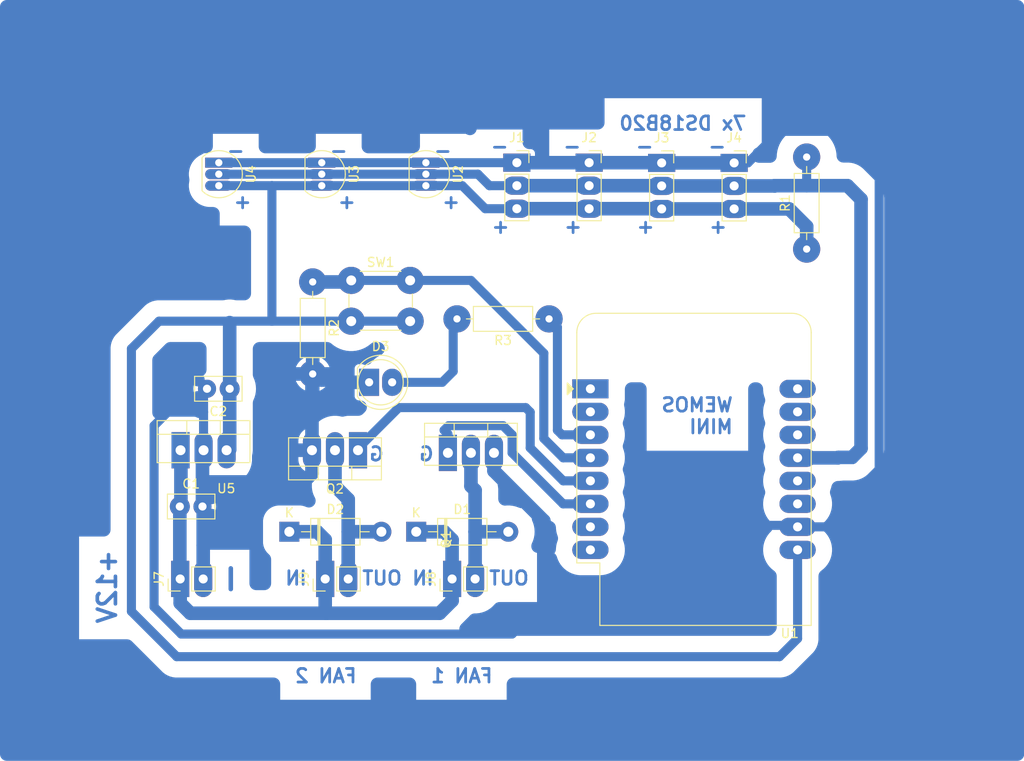
<source format=kicad_pcb>
(kicad_pcb (version 20240108) (generator "pcbnew") (generator_version "8.0")
  (layers (0 "F.Cu" signal) (31 "B.Cu" signal) (34 "B.Paste" user) (35 "F.Paste" user) (36 "B.SilkS" user "B.Silkscreen") (37 "F.SilkS" user "F.Silkscreen") (38 "B.Mask" user) (39 "F.Mask" user) (44 "Edge.Cuts" user))
  (net 0 "")
  (net 1 "+5P")
  (net 2 "Net-(D3-A)")
  (net 5 "+12V")
  (net 6 "GND")
  (net 9 "Net-(D1-A)")
  (net 15 "Net-(J1-Pin_2)")
  (net 16 "Net-(U1-SCK{slash}D5)")
  (net 17 "Net-(D2-A)")
  (net 18 "Net-(Q1-G)")
  (net 19 "Net-(Q2-G)")
  (net 20 "Net-(U1-D0)")
  (footprint "LPouzdra:LED_D5.0mm" (layer "F.Cu") (at 106.225 84.7075)
    (property "Reference" "D3" (at 1.27 -3.96 360) (layer "F.SilkS"))
    (property "Value" "LED")
    (fp_line (start -1.29 -1.545) (end -1.29 1.545) (stroke (width 0.12)) (layer "F.SilkS"))
    (fp_arc (start -1.29 -1.54483) (mid 2.072002 -2.880433) (end 4.26 0.000462) (stroke (width 0.12)) (layer "F.SilkS"))
    (fp_arc (start 4.26 -0.000462) (mid 2.072002 2.880433) (end -1.29 1.54483) (stroke (width 0.12)) (layer "F.SilkS"))
    (fp_circle (center 1.27 0) (end 3.77 0) (stroke (width 0.12)) (fill none) (layer "F.SilkS"))
    (pad "1" thru_hole rect (at 0 0) (size 2.2 3) (drill 0.9) (layers "*.Cu" "*.Mask") (net 6 "GND"))
    (pad "2" thru_hole oval (at 2.54 0) (size 2.2 3) (drill 0.9) (layers "*.Cu" "*.Mask") (net 2 "Net-(D3-A)"))
  )
  (footprint "LPouzdra:PinHeader_1x02_P2.54mm_Vertical" (layer "F.Cu") (at 101.38 106.42 90)
    (property "Reference" "J9" (at 0 -2.33 -90) (layer "F.SilkS"))
    (property "Value" "Screw_Terminal_01x02")
    (fp_line (start -1.33 -1.33) (end 0 -1.33) (stroke (width 0.12)) (layer "F.SilkS"))
    (fp_line (start -1.33 0) (end -1.33 -1.33) (stroke (width 0.12)) (layer "F.SilkS"))
    (fp_line (start 1.33 1.27) (end 1.33 3.87) (stroke (width 0.12)) (layer "F.SilkS"))
    (fp_line (start -1.33 1.27) (end 1.33 1.27) (stroke (width 0.12)) (layer "F.SilkS"))
    (fp_line (start -1.33 1.27) (end -1.33 3.87) (stroke (width 0.12)) (layer "F.SilkS"))
    (fp_line (start -1.33 3.87) (end 1.33 3.87) (stroke (width 0.12)) (layer "F.SilkS"))
    (pad "1" thru_hole rect (at 0 0 90) (size 4 2) (drill 1) (layers "*.Cu" "*.Mask") (net 5 "+12V"))
    (pad "2" thru_hole oval (at 0 2.54 90) (size 4 2) (drill 1) (layers "*.Cu" "*.Mask") (net 17 "Net-(D2-A)"))
  )
  (footprint "LPouzdra:PinSocket_1x03_P2.54mm_Vertical" (layer "F.Cu") (at 146.5 60.485)
    (property "Reference" "J4" (at 0 -2.77 360) (layer "F.SilkS"))
    (property "Value" "Conn_01x03_Socket")
    (fp_line (start -1.33 1.27) (end -1.33 6.41) (stroke (width 0.12)) (layer "F.SilkS"))
    (fp_line (start -1.33 1.27) (end 1.33 1.27) (stroke (width 0.12)) (layer "F.SilkS"))
    (fp_line (start -1.33 6.41) (end 1.33 6.41) (stroke (width 0.12)) (layer "F.SilkS"))
    (fp_line (start 0 -1.33) (end 1.33 -1.33) (stroke (width 0.12)) (layer "F.SilkS"))
    (fp_line (start 1.33 -1.33) (end 1.33 0) (stroke (width 0.12)) (layer "F.SilkS"))
    (fp_line (start 1.33 1.27) (end 1.33 6.41) (stroke (width 0.12)) (layer "F.SilkS"))
    (pad "1" thru_hole rect (at 0 0) (size 3 2) (drill 1) (layers "*.Cu" "*.Mask") (net 6 "GND"))
    (pad "2" thru_hole oval (at 0 2.54) (size 3 2) (drill 1) (layers "*.Cu" "*.Mask") (net 15 "Net-(J1-Pin_2)"))
    (pad "3" thru_hole oval (at 0 5.08) (size 3 2) (drill 1) (layers "*.Cu" "*.Mask") (net 1 "+5P"))
  )
  (footprint "Diode_THT:D_DO-41_SOD81_P10.16mm_Horizontal" (layer "F.Cu") (at 97.42 101.2075)
    (property "Reference" "D2" (at 5.08 -2.47 0) (layer "F.SilkS"))
    (property "Value" "1N4007")
    (fp_line (start 1.34 0) (end 2.36 0) (stroke (width 0.12)) (layer "F.SilkS"))
    (fp_line (start 2.36 -1.47) (end 2.36 1.47) (stroke (width 0.12)) (layer "F.SilkS"))
    (fp_line (start 2.36 1.47) (end 7.8 1.47) (stroke (width 0.12)) (layer "F.SilkS"))
    (fp_line (start 3.14 -1.47) (end 3.14 1.47) (stroke (width 0.12)) (layer "F.SilkS"))
    (fp_line (start 3.26 -1.47) (end 3.26 1.47) (stroke (width 0.12)) (layer "F.SilkS"))
    (fp_line (start 3.38 -1.47) (end 3.38 1.47) (stroke (width 0.12)) (layer "F.SilkS"))
    (fp_line (start 7.8 -1.47) (end 2.36 -1.47) (stroke (width 0.12)) (layer "F.SilkS"))
    (fp_line (start 7.8 1.47) (end 7.8 -1.47) (stroke (width 0.12)) (layer "F.SilkS"))
    (fp_line (start 8.82 0) (end 7.8 0) (stroke (width 0.12)) (layer "F.SilkS"))
    (fp_text user "K" (at 0 -2.1 0) (layer "F.SilkS"))
    (pad "1" thru_hole rect (at 0 0) (size 2.2 2.2) (drill 1.1) (layers "*.Cu" "*.Mask") (net 5 "+12V"))
    (pad "2" thru_hole oval (at 10.16 0) (size 2.2 2.2) (drill 1.1) (layers "*.Cu" "*.Mask") (net 17 "Net-(D2-A)"))
  )
  (footprint "LPouzdra:R_Axial_DIN0207_L6.3mm_D2.5mm_P10.16mm_Horizontal" (layer "F.Cu") (at 100 73.6275 -90)
    (property "Reference" "R2" (at 5.08 -2.37 90) (layer "F.SilkS"))
    (property "Value" "10k")
    (fp_line (start 1.81 1.37) (end 8.35 1.37) (stroke (width 0.12)) (layer "F.SilkS"))
    (fp_line (start 8.35 1.37) (end 8.35 -1.37) (stroke (width 0.12)) (layer "F.SilkS"))
    (fp_line (start 1.04 0) (end 1.81 0) (stroke (width 0.12)) (layer "F.SilkS"))
    (fp_line (start 9.12 0) (end 8.35 0) (stroke (width 0.12)) (layer "F.SilkS"))
    (fp_line (start 1.81 -1.37) (end 1.81 1.37) (stroke (width 0.12)) (layer "F.SilkS"))
    (fp_line (start 8.35 -1.37) (end 1.81 -1.37) (stroke (width 0.12)) (layer "F.SilkS"))
    (pad "1" thru_hole circle (at 0 0 270) (size 3 3) (drill 0.8) (layers "*.Cu" "*.Mask") (net 16 "Net-(U1-SCK{slash}D5)"))
    (pad "2" thru_hole oval (at 10.16 0 270) (size 3 3) (drill 0.8) (layers "*.Cu" "*.Mask") (net 6 "GND"))
  )
  (footprint "LPouzdra:C_Disc_D5.0mm_W2.5mm_P2.50mm" (layer "F.Cu") (at 85.34 98.42)
    (property "Reference" "C1" (at 1.25 -2.5 0) (layer "F.SilkS"))
    (property "Value" "C")
    (fp_line (start -1.37 -1.37) (end -1.37 1.37) (stroke (width 0.12)) (layer "F.SilkS"))
    (fp_line (start -1.37 -1.37) (end 3.87 -1.37) (stroke (width 0.12)) (layer "F.SilkS"))
    (fp_line (start -1.37 1.37) (end 3.87 1.37) (stroke (width 0.12)) (layer "F.SilkS"))
    (fp_line (start 3.87 -1.37) (end 3.87 1.37) (stroke (width 0.12)) (layer "F.SilkS"))
    (pad "1" thru_hole circle (at 0 0) (size 2.2 2.2) (drill 0.9) (layers "*.Cu" "*.Mask") (net 5 "+12V"))
    (pad "2" thru_hole circle (at 2.5 0) (size 2 2) (drill 0.9) (layers "*.Cu" "*.Mask") (net 6 "GND"))
  )
  (footprint "LPouzdra:TO-220-3_Vertical" (layer "F.Cu") (at 114.92 92.5)
    (property "Reference" "Q1" (at -0.19 9.54 90) (layer "F.SilkS"))
    (property "Value" "IRLZ34N")
    (fp_line (start -2.58 -3.27) (end -2.58 1.371) (stroke (width 0.12)) (layer "F.SilkS"))
    (fp_line (start -2.58 -3.27) (end 7.66 -3.27) (stroke (width 0.12)) (layer "F.SilkS"))
    (fp_line (start -2.58 -1.76) (end 7.66 -1.76) (stroke (width 0.12)) (layer "F.SilkS"))
    (fp_line (start -2.58 1.371) (end 7.66 1.371) (stroke (width 0.12)) (layer "F.SilkS"))
    (fp_line (start 0.69 -3.27) (end 0.69 -1.76) (stroke (width 0.12)) (layer "F.SilkS"))
    (fp_line (start 4.391 -3.27) (end 4.391 -1.76) (stroke (width 0.12)) (layer "F.SilkS"))
    (fp_line (start 7.66 -3.27) (end 7.66 1.371) (stroke (width 0.12)) (layer "F.SilkS"))
    (pad "1" thru_hole rect (at 0 0) (size 2 4) (drill 1.1) (layers "*.Cu" "*.Mask") (net 18 "Net-(Q1-G)"))
    (pad "2" thru_hole oval (at 2.54 0) (size 2 4) (drill 1.1) (layers "*.Cu" "*.Mask") (net 9 "Net-(D1-A)"))
    (pad "3" thru_hole oval (at 5.08 0) (size 2 4) (drill 1.1) (layers "*.Cu" "*.Mask") (net 6 "GND"))
  )
  (footprint "Diode_THT:D_DO-41_SOD81_P10.16mm_Horizontal" (layer "F.Cu") (at 111.42 101.2075)
    (property "Reference" "D1" (at 5.08 -2.47 0) (layer "F.SilkS"))
    (property "Value" "1N4007")
    (fp_line (start 1.34 0) (end 2.36 0) (stroke (width 0.12)) (layer "F.SilkS"))
    (fp_line (start 2.36 -1.47) (end 2.36 1.47) (stroke (width 0.12)) (layer "F.SilkS"))
    (fp_line (start 2.36 1.47) (end 7.8 1.47) (stroke (width 0.12)) (layer "F.SilkS"))
    (fp_line (start 3.14 -1.47) (end 3.14 1.47) (stroke (width 0.12)) (layer "F.SilkS"))
    (fp_line (start 3.26 -1.47) (end 3.26 1.47) (stroke (width 0.12)) (layer "F.SilkS"))
    (fp_line (start 3.38 -1.47) (end 3.38 1.47) (stroke (width 0.12)) (layer "F.SilkS"))
    (fp_line (start 7.8 -1.47) (end 2.36 -1.47) (stroke (width 0.12)) (layer "F.SilkS"))
    (fp_line (start 7.8 1.47) (end 7.8 -1.47) (stroke (width 0.12)) (layer "F.SilkS"))
    (fp_line (start 8.82 0) (end 7.8 0) (stroke (width 0.12)) (layer "F.SilkS"))
    (fp_text user "K" (at 0 -2.1 0) (layer "F.SilkS"))
    (pad "1" thru_hole rect (at 0 0) (size 2.2 2.2) (drill 1.1) (layers "*.Cu" "*.Mask") (net 5 "+12V"))
    (pad "2" thru_hole oval (at 10.16 0) (size 2.2 2.2) (drill 1.1) (layers "*.Cu" "*.Mask") (net 9 "Net-(D1-A)"))
  )
  (footprint "LPouzdra:PinHeader_1x02_P2.54mm_Vertical" (layer "F.Cu") (at 115.38 106.42 90)
    (property "Reference" "J8" (at 0 -2.33 -90) (layer "F.SilkS"))
    (property "Value" "Screw_Terminal_01x02")
    (fp_line (start -1.33 -1.33) (end 0 -1.33) (stroke (width 0.12)) (layer "F.SilkS"))
    (fp_line (start -1.33 0) (end -1.33 -1.33) (stroke (width 0.12)) (layer "F.SilkS"))
    (fp_line (start 1.33 1.27) (end 1.33 3.87) (stroke (width 0.12)) (layer "F.SilkS"))
    (fp_line (start -1.33 1.27) (end 1.33 1.27) (stroke (width 0.12)) (layer "F.SilkS"))
    (fp_line (start -1.33 1.27) (end -1.33 3.87) (stroke (width 0.12)) (layer "F.SilkS"))
    (fp_line (start -1.33 3.87) (end 1.33 3.87) (stroke (width 0.12)) (layer "F.SilkS"))
    (pad "1" thru_hole rect (at 0 0 90) (size 4 2) (drill 1) (layers "*.Cu" "*.Mask") (net 5 "+12V"))
    (pad "2" thru_hole oval (at 0 2.54 90) (size 4 2) (drill 1) (layers "*.Cu" "*.Mask") (net 9 "Net-(D1-A)"))
  )
  (footprint "LPouzdra:PinHeader_1x02_P2.54mm_Vertical" (layer "F.Cu") (at 85.38 106.42 90)
    (property "Reference" "J7" (at 0 -2.33 -90) (layer "F.SilkS"))
    (property "Value" "Screw_Terminal_01x02")
    (fp_line (start -1.33 -1.33) (end 0 -1.33) (stroke (width 0.12)) (layer "F.SilkS"))
    (fp_line (start -1.33 0) (end -1.33 -1.33) (stroke (width 0.12)) (layer "F.SilkS"))
    (fp_line (start 1.33 1.27) (end 1.33 3.87) (stroke (width 0.12)) (layer "F.SilkS"))
    (fp_line (start -1.33 1.27) (end 1.33 1.27) (stroke (width 0.12)) (layer "F.SilkS"))
    (fp_line (start -1.33 1.27) (end -1.33 3.87) (stroke (width 0.12)) (layer "F.SilkS"))
    (fp_line (start -1.33 3.87) (end 1.33 3.87) (stroke (width 0.12)) (layer "F.SilkS"))
    (pad "1" thru_hole rect (at 0 0 90) (size 4 2) (drill 1) (layers "*.Cu" "*.Mask") (net 5 "+12V"))
    (pad "2" thru_hole oval (at 0 2.54 90) (size 4 2) (drill 1) (layers "*.Cu" "*.Mask") (net 6 "GND"))
  )
  (footprint "LPouzdra:TO-92_Inline" (layer "F.Cu") (at 89.64 60.46 -90)
    (property "Reference" "U4" (at 1.27 -3.56 90) (layer "F.SilkS"))
    (property "Value" "DS18B20")
    (fp_line (start -0.53 1.85) (end 3.07 1.85) (stroke (width 0.12)) (layer "F.SilkS"))
    (fp_arc (start -0.568478 1.838478) (mid -1.132087 -0.994977) (end 1.27 -2.6) (stroke (width 0.12)) (layer "F.SilkS"))
    (fp_arc (start 1.27 -2.6) (mid 3.672087 -0.994977) (end 3.108478 1.838478) (stroke (width 0.12)) (layer "F.SilkS"))
    (pad "1" thru_hole rect (at 0 0 270) (size 1.1 3) (drill 0.8) (layers "*.Cu" "*.Mask") (net 6 "GND"))
    (pad "2" thru_hole oval (at 1.27 0 270) (size 1.1 3) (drill 0.8) (layers "*.Cu" "*.Mask") (net 15 "Net-(J1-Pin_2)"))
    (pad "3" thru_hole oval (at 2.54 0 270) (size 1.1 3) (drill 0.8) (layers "*.Cu" "*.Mask") (net 1 "+5P"))
  )
  (footprint "LPouzdra:ESP8266_WEMOS_D1" (layer "F.Cu") (at 130.64 85.4275)
    (property "Reference" "U1" (at 22 27 0) (layer "F.SilkS"))
    (property "Value" "WeMos_D1_mini")
    (fp_line (start -1.5 19.22) (end -1.5 -6.21) (stroke (width 0.12)) (layer "F.SilkS"))
    (fp_line (start -1.5 19.22) (end 1.04 19.22) (stroke (width 0.12)) (layer "F.SilkS"))
    (fp_line (start 1.04 19.22) (end 1.04 26.12) (stroke (width 0.12)) (layer "F.SilkS"))
    (fp_line (start 1.04 26.12) (end 24.36 26.12) (stroke (width 0.12)) (layer "F.SilkS"))
    (fp_line (start 22.24 -8.34) (end 0.63 -8.34) (stroke (width 0.12)) (layer "F.SilkS"))
    (fp_line (start 24.36 26.12) (end 24.36 -6.21) (stroke (width 0.12)) (layer "F.SilkS"))
    (fp_arc (start -1.5 -6.21) (mid -0.876137 -7.716137) (end 0.63 -8.34) (stroke (width 0.12)) (layer "F.SilkS"))
    (fp_arc (start 22.23 -8.34) (mid 23.736137 -7.716137) (end 24.36 -6.21) (stroke (width 0.12)) (layer "F.SilkS"))
    (fp_poly (pts (xy -2.54 -0.635) (xy -2.54 0.635) (xy -1.905 0)) (stroke (width 0.15)) (fill solid) (layer "F.SilkS"))
    (pad "1" thru_hole rect (at 0 0) (size 4 2.1) (drill 1) (layers "*.Cu" "*.Mask"))
    (pad "2" thru_hole oval (at 0 2.54) (size 4 2) (drill 1) (layers "*.Cu" "*.Mask"))
    (pad "3" thru_hole oval (at 0 5.08) (size 4 2) (drill 1) (layers "*.Cu" "*.Mask") (net 20 "Net-(U1-D0)"))
    (pad "4" thru_hole oval (at 0 7.62) (size 4 2) (drill 1) (layers "*.Cu" "*.Mask") (net 16 "Net-(U1-SCK{slash}D5)"))
    (pad "5" thru_hole oval (at 0 10.16) (size 4 2) (drill 1) (layers "*.Cu" "*.Mask") (net 19 "Net-(Q2-G)"))
    (pad "6" thru_hole oval (at 0 12.7) (size 4 2) (drill 1) (layers "*.Cu" "*.Mask") (net 18 "Net-(Q1-G)"))
    (pad "7" thru_hole oval (at 0 15.24) (size 4 2) (drill 1) (layers "*.Cu" "*.Mask"))
    (pad "8" thru_hole oval (at 0 17.78) (size 4 2) (drill 1) (layers "*.Cu" "*.Mask"))
    (pad "9" thru_hole oval (at 22.86 17.78) (size 4 2) (drill 1) (layers "*.Cu" "*.Mask") (net 1 "+5P"))
    (pad "10" thru_hole oval (at 22.86 15.24) (size 4 2) (drill 1) (layers "*.Cu" "*.Mask") (net 6 "GND"))
    (pad "11" thru_hole oval (at 22.86 12.7) (size 4 2) (drill 1) (layers "*.Cu" "*.Mask"))
    (pad "12" thru_hole oval (at 22.86 10.16) (size 4 2) (drill 1) (layers "*.Cu" "*.Mask"))
    (pad "13" thru_hole oval (at 22.86 7.62) (size 4 2) (drill 1) (layers "*.Cu" "*.Mask") (net 15 "Net-(J1-Pin_2)"))
    (pad "14" thru_hole oval (at 22.86 5.08) (size 4 2) (drill 1) (layers "*.Cu" "*.Mask"))
    (pad "15" thru_hole oval (at 22.86 2.54) (size 4 2) (drill 1) (layers "*.Cu" "*.Mask"))
    (pad "16" thru_hole oval (at 22.86 0) (size 4 2) (drill 1) (layers "*.Cu" "*.Mask"))
  )
  (footprint "LPouzdra:PinSocket_1x03_P2.54mm_Vertical" (layer "F.Cu") (at 122.525 60.46)
    (property "Reference" "J1" (at 0 -2.77 360) (layer "F.SilkS"))
    (property "Value" "Conn_01x03_Socket")
    (fp_line (start -1.33 1.27) (end -1.33 6.41) (stroke (width 0.12)) (layer "F.SilkS"))
    (fp_line (start -1.33 1.27) (end 1.33 1.27) (stroke (width 0.12)) (layer "F.SilkS"))
    (fp_line (start -1.33 6.41) (end 1.33 6.41) (stroke (width 0.12)) (layer "F.SilkS"))
    (fp_line (start 0 -1.33) (end 1.33 -1.33) (stroke (width 0.12)) (layer "F.SilkS"))
    (fp_line (start 1.33 -1.33) (end 1.33 0) (stroke (width 0.12)) (layer "F.SilkS"))
    (fp_line (start 1.33 1.27) (end 1.33 6.41) (stroke (width 0.12)) (layer "F.SilkS"))
    (pad "1" thru_hole rect (at 0 0) (size 3 2) (drill 1) (layers "*.Cu" "*.Mask") (net 6 "GND"))
    (pad "2" thru_hole oval (at 0 2.54) (size 3 2) (drill 1) (layers "*.Cu" "*.Mask") (net 15 "Net-(J1-Pin_2)"))
    (pad "3" thru_hole oval (at 0 5.08) (size 3 2) (drill 1) (layers "*.Cu" "*.Mask") (net 1 "+5P"))
  )
  (footprint "LPouzdra:SW_PUSH_6mm" (layer "F.Cu") (at 104.25 73.4575)
    (property "Reference" "SW1" (at 3.25 -2 0) (layer "F.SilkS"))
    (property "Value" "SW_Push")
    (fp_line (start -0.25 1.5) (end -0.25 3) (stroke (width 0.12)) (layer "F.SilkS"))
    (fp_line (start 1 5.5) (end 5.5 5.5) (stroke (width 0.12)) (layer "F.SilkS"))
    (fp_line (start 5.5 -1) (end 1 -1) (stroke (width 0.12)) (layer "F.SilkS"))
    (fp_line (start 6.75 3) (end 6.75 1.5) (stroke (width 0.12)) (layer "F.SilkS"))
    (pad "1" thru_hole circle (at 0 0 90) (size 3 3) (drill 1.1) (layers "*.Cu" "*.Mask") (net 16 "Net-(U1-SCK{slash}D5)"))
    (pad "1" thru_hole circle (at 6.5 0 90) (size 3 3) (drill 1.1) (layers "*.Cu" "*.Mask") (net 16 "Net-(U1-SCK{slash}D5)"))
    (pad "2" thru_hole circle (at 0 4.5 90) (size 3 3) (drill 1.1) (layers "*.Cu" "*.Mask") (net 1 "+5P"))
    (pad "2" thru_hole circle (at 6.5 4.5 90) (size 3 3) (drill 1.1) (layers "*.Cu" "*.Mask") (net 1 "+5P"))
  )
  (footprint "LPouzdra:R_Axial_DIN0207_L6.3mm_D2.5mm_P10.16mm_Horizontal" (layer "F.Cu") (at 126.08 77.7075 180)
    (property "Reference" "R3" (at 5.08 -2.37 180) (layer "F.SilkS"))
    (property "Value" "10k")
    (fp_line (start 9.12 0) (end 8.35 0) (stroke (width 0.12)) (layer "F.SilkS"))
    (fp_line (start 8.35 1.37) (end 8.35 -1.37) (stroke (width 0.12)) (layer "F.SilkS"))
    (fp_line (start 8.35 -1.37) (end 1.81 -1.37) (stroke (width 0.12)) (layer "F.SilkS"))
    (fp_line (start 1.81 1.37) (end 8.35 1.37) (stroke (width 0.12)) (layer "F.SilkS"))
    (fp_line (start 1.81 -1.37) (end 1.81 1.37) (stroke (width 0.12)) (layer "F.SilkS"))
    (fp_line (start 1.04 0) (end 1.81 0) (stroke (width 0.12)) (layer "F.SilkS"))
    (pad "1" thru_hole circle (at 0 0 180) (size 3 3) (drill 0.8) (layers "*.Cu" "*.Mask") (net 20 "Net-(U1-D0)"))
    (pad "2" thru_hole oval (at 10.16 0 180) (size 3 3) (drill 0.8) (layers "*.Cu" "*.Mask") (net 2 "Net-(D3-A)"))
  )
  (footprint "LPouzdra:PinSocket_1x03_P2.54mm_Vertical" (layer "F.Cu") (at 130.5 60.46)
    (property "Reference" "J2" (at 0 -2.77 360) (layer "F.SilkS"))
    (property "Value" "Conn_01x03_Socket")
    (fp_line (start -1.33 1.27) (end -1.33 6.41) (stroke (width 0.12)) (layer "F.SilkS"))
    (fp_line (start -1.33 1.27) (end 1.33 1.27) (stroke (width 0.12)) (layer "F.SilkS"))
    (fp_line (start -1.33 6.41) (end 1.33 6.41) (stroke (width 0.12)) (layer "F.SilkS"))
    (fp_line (start 0 -1.33) (end 1.33 -1.33) (stroke (width 0.12)) (layer "F.SilkS"))
    (fp_line (start 1.33 -1.33) (end 1.33 0) (stroke (width 0.12)) (layer "F.SilkS"))
    (fp_line (start 1.33 1.27) (end 1.33 6.41) (stroke (width 0.12)) (layer "F.SilkS"))
    (pad "1" thru_hole rect (at 0 0) (size 3 2) (drill 1) (layers "*.Cu" "*.Mask") (net 6 "GND"))
    (pad "2" thru_hole oval (at 0 2.54) (size 3 2) (drill 1) (layers "*.Cu" "*.Mask") (net 15 "Net-(J1-Pin_2)"))
    (pad "3" thru_hole oval (at 0 5.08) (size 3 2) (drill 1) (layers "*.Cu" "*.Mask") (net 1 "+5P"))
  )
  (footprint "LPouzdra:TO-92_Inline" (layer "F.Cu") (at 112.4875 60.46 -90)
    (property "Reference" "U2" (at 1.27 -3.56 90) (layer "F.SilkS"))
    (property "Value" "DS18B20")
    (fp_line (start -0.53 1.85) (end 3.07 1.85) (stroke (width 0.12)) (layer "F.SilkS"))
    (fp_arc (start -0.568478 1.838478) (mid -1.132087 -0.994977) (end 1.27 -2.6) (stroke (width 0.12)) (layer "F.SilkS"))
    (fp_arc (start 1.27 -2.6) (mid 3.672087 -0.994977) (end 3.108478 1.838478) (stroke (width 0.12)) (layer "F.SilkS"))
    (pad "1" thru_hole rect (at 0 0 270) (size 1.1 3) (drill 0.8) (layers "*.Cu" "*.Mask") (net 6 "GND"))
    (pad "2" thru_hole oval (at 1.27 0 270) (size 1.1 3) (drill 0.8) (layers "*.Cu" "*.Mask") (net 15 "Net-(J1-Pin_2)"))
    (pad "3" thru_hole oval (at 2.54 0 270) (size 1.1 3) (drill 0.8) (layers "*.Cu" "*.Mask") (net 1 "+5P"))
  )
  (footprint "LPouzdra:TO-92_Inline" (layer "F.Cu") (at 101 60.46 -90)
    (property "Reference" "U3" (at 1.27 -3.56 90) (layer "F.SilkS"))
    (property "Value" "DS18B20")
    (fp_line (start -0.53 1.85) (end 3.07 1.85) (stroke (width 0.12)) (layer "F.SilkS"))
    (fp_arc (start -0.568478 1.838478) (mid -1.132087 -0.994977) (end 1.27 -2.6) (stroke (width 0.12)) (layer "F.SilkS"))
    (fp_arc (start 1.27 -2.6) (mid 3.672087 -0.994977) (end 3.108478 1.838478) (stroke (width 0.12)) (layer "F.SilkS"))
    (pad "1" thru_hole rect (at 0 0 270) (size 1.1 3) (drill 0.8) (layers "*.Cu" "*.Mask") (net 6 "GND"))
    (pad "2" thru_hole oval (at 1.27 0 270) (size 1.1 3) (drill 0.8) (layers "*.Cu" "*.Mask") (net 15 "Net-(J1-Pin_2)"))
    (pad "3" thru_hole oval (at 2.54 0 270) (size 1.1 3) (drill 0.8) (layers "*.Cu" "*.Mask") (net 1 "+5P"))
  )
  (footprint "LPouzdra:R_Axial_DIN0207_L6.3mm_D2.5mm_P10.16mm_Horizontal" (layer "F.Cu") (at 154.5 70 90)
    (property "Reference" "R1" (at 5.08 -2.37 270) (layer "F.SilkS"))
    (property "Value" "R")
    (fp_line (start 8.35 -1.37) (end 1.81 -1.37) (stroke (width 0.12)) (layer "F.SilkS"))
    (fp_line (start 1.81 -1.37) (end 1.81 1.37) (stroke (width 0.12)) (layer "F.SilkS"))
    (fp_line (start 9.12 0) (end 8.35 0) (stroke (width 0.12)) (layer "F.SilkS"))
    (fp_line (start 1.04 0) (end 1.81 0) (stroke (width 0.12)) (layer "F.SilkS"))
    (fp_line (start 8.35 1.37) (end 8.35 -1.37) (stroke (width 0.12)) (layer "F.SilkS"))
    (fp_line (start 1.81 1.37) (end 8.35 1.37) (stroke (width 0.12)) (layer "F.SilkS"))
    (pad "1" thru_hole circle (at 0 0 90) (size 3 3) (drill 0.8) (layers "*.Cu" "*.Mask") (net 1 "+5P"))
    (pad "2" thru_hole oval (at 10.16 0 90) (size 3 3) (drill 0.8) (layers "*.Cu" "*.Mask") (net 15 "Net-(J1-Pin_2)"))
  )
  (footprint "LPouzdra:TO-220-3_Vertical" (layer "F.Cu") (at 85.42 92.2075)
    (property "Reference" "U5" (at 5.04 4.23 0) (layer "F.SilkS"))
    (property "Value" "L7805")
    (fp_line (start -2.58 -3.27) (end -2.58 1.371) (stroke (width 0.12)) (layer "F.SilkS"))
    (fp_line (start -2.58 -3.27) (end 7.66 -3.27) (stroke (width 0.12)) (layer "F.SilkS"))
    (fp_line (start -2.58 -1.76) (end 7.66 -1.76) (stroke (width 0.12)) (layer "F.SilkS"))
    (fp_line (start -2.58 1.371) (end 7.66 1.371) (stroke (width 0.12)) (layer "F.SilkS"))
    (fp_line (start 0.69 -3.27) (end 0.69 -1.76) (stroke (width 0.12)) (layer "F.SilkS"))
    (fp_line (start 4.391 -3.27) (end 4.391 -1.76) (stroke (width 0.12)) (layer "F.SilkS"))
    (fp_line (start 7.66 -3.27) (end 7.66 1.371) (stroke (width 0.12)) (layer "F.SilkS"))
    (pad "1" thru_hole rect (at 0 0) (size 2 4) (drill 1.1) (layers "*.Cu" "*.Mask") (net 5 "+12V"))
    (pad "2" thru_hole oval (at 2.54 0) (size 2 4) (drill 1.1) (layers "*.Cu" "*.Mask") (net 6 "GND"))
    (pad "3" thru_hole oval (at 5.08 0) (size 2 4) (drill 1.1) (layers "*.Cu" "*.Mask") (net 1 "+5P"))
  )
  (footprint "LPouzdra:TO-220-3_Vertical" (layer "F.Cu") (at 105 92.2075 180)
    (property "Reference" "Q2" (at 2.54 -4.27 180) (layer "F.SilkS"))
    (property "Value" "IRLZ34N")
    (fp_line (start 7.66 -3.27) (end 7.66 1.371) (stroke (width 0.12)) (layer "F.SilkS"))
    (fp_line (start 4.391 -3.27) (end 4.391 -1.76) (stroke (width 0.12)) (layer "F.SilkS"))
    (fp_line (start 0.69 -3.27) (end 0.69 -1.76) (stroke (width 0.12)) (layer "F.SilkS"))
    (fp_line (start -2.58 1.371) (end 7.66 1.371) (stroke (width 0.12)) (layer "F.SilkS"))
    (fp_line (start -2.58 -1.76) (end 7.66 -1.76) (stroke (width 0.12)) (layer "F.SilkS"))
    (fp_line (start -2.58 -3.27) (end 7.66 -3.27) (stroke (width 0.12)) (layer "F.SilkS"))
    (fp_line (start -2.58 -3.27) (end -2.58 1.371) (stroke (width 0.12)) (layer "F.SilkS"))
    (pad "1" thru_hole rect (at 0 0 180) (size 2 4) (drill 1.1) (layers "*.Cu" "*.Mask") (net 19 "Net-(Q2-G)"))
    (pad "2" thru_hole oval (at 2.54 0 180) (size 2 4) (drill 1.1) (layers "*.Cu" "*.Mask") (net 17 "Net-(D2-A)"))
    (pad "3" thru_hole oval (at 5.08 0 180) (size 2 4) (drill 1.1) (layers "*.Cu" "*.Mask") (net 6 "GND"))
  )
  (footprint "LPouzdra:C_Disc_D5.0mm_W2.5mm_P2.50mm" (layer "F.Cu") (at 90.84 85.42 180)
    (property "Reference" "C2" (at 1.25 -2.5 180) (layer "F.SilkS"))
    (property "Value" "C")
    (fp_line (start 3.87 -1.37) (end 3.87 1.37) (stroke (width 0.12)) (layer "F.SilkS"))
    (fp_line (start -1.37 1.37) (end 3.87 1.37) (stroke (width 0.12)) (layer "F.SilkS"))
    (fp_line (start -1.37 -1.37) (end 3.87 -1.37) (stroke (width 0.12)) (layer "F.SilkS"))
    (fp_line (start -1.37 -1.37) (end -1.37 1.37) (stroke (width 0.12)) (layer "F.SilkS"))
    (pad "1" thru_hole circle (at 0 0 180) (size 2.2 2.2) (drill 0.9) (layers "*.Cu" "*.Mask") (net 1 "+5P"))
    (pad "2" thru_hole circle (at 2.5 0 180) (size 2 2) (drill 0.9) (layers "*.Cu" "*.Mask") (net 6 "GND"))
  )
  (footprint "LPouzdra:PinSocket_1x03_P2.54mm_Vertical" (layer "F.Cu") (at 138.5 60.485)
    (property "Reference" "J3" (at 0 -2.77 360) (layer "F.SilkS"))
    (property "Value" "Conn_01x03_Socket")
    (fp_line (start -1.33 1.27) (end -1.33 6.41) (stroke (width 0.12)) (layer "F.SilkS"))
    (fp_line (start -1.33 1.27) (end 1.33 1.27) (stroke (width 0.12)) (layer "F.SilkS"))
    (fp_line (start -1.33 6.41) (end 1.33 6.41) (stroke (width 0.12)) (layer "F.SilkS"))
    (fp_line (start 0 -1.33) (end 1.33 -1.33) (stroke (width 0.12)) (layer "F.SilkS"))
    (fp_line (start 1.33 -1.33) (end 1.33 0) (stroke (width 0.12)) (layer "F.SilkS"))
    (fp_line (start 1.33 1.27) (end 1.33 6.41) (stroke (width 0.12)) (layer "F.SilkS"))
    (pad "1" thru_hole rect (at 0 0) (size 3 2) (drill 1) (layers "*.Cu" "*.Mask") (net 6 "GND"))
    (pad "2" thru_hole oval (at 0 2.54) (size 3 2) (drill 1) (layers "*.Cu" "*.Mask") (net 15 "Net-(J1-Pin_2)"))
    (pad "3" thru_hole oval (at 0 5.08) (size 3 2) (drill 1) (layers "*.Cu" "*.Mask") (net 1 "+5P"))
  )
  (gr_text "+" (at 145.5 66.485 90) (layer "B.Cu") (effects (font (size 1.5 1.5) (thickness 0.3) (bold yes)) (justify left bottom mirror)))
  (gr_text "OUT" (at 110 107.2075 0) (layer "B.Cu") (effects (font (size 1.5 1.5) (thickness 0.3) (bold yes)) (justify left bottom mirror)))
  (gr_text "FAN 1" (at 120 118 0) (layer "B.Cu") (effects (font (size 1.5 1.5) (thickness 0.3) (bold yes)) (justify left bottom mirror)))
  (gr_text "IN" (at 113.5 107.2075 0) (layer "B.Cu") (effects (font (size 1.5 1.5) (thickness 0.3) (bold yes)) (justify left bottom mirror)))
  (gr_text "-" (at 135.5 57.985 180) (layer "B.Cu") (effects (font (size 1.5 1.5) (thickness 0.3) (bold yes)) (justify left bottom mirror)))
  (gr_text "-" (at 92.64 60 0) (layer "B.Cu") (effects (font (size 1.5 1.5) (thickness 0.3) (bold yes)) (justify left bottom mirror)))
  (gr_text "-" (at 143.5 57.985 180) (layer "B.Cu") (effects (font (size 1.5 1.5) (thickness 0.3) (bold yes)) (justify left bottom mirror)))
  (gr_text "-" (at 127.5 57.985 180) (layer "B.Cu") (effects (font (size 1.5 1.5) (thickness 0.3) (bold yes)) (justify left bottom mirror)))
  (gr_text "+" (at 137.5 66.485 90) (layer "B.Cu") (effects (font (size 1.5 1.5) (thickness 0.3) (bold yes)) (justify left bottom mirror)))
  (gr_text "+12V" (at 78.5 103 90) (layer "B.Cu") (effects (font (size 2 2) (thickness 0.4) (bold yes)) (justify left bottom mirror)))
  (gr_text "-" (at 115.4875 60 0) (layer "B.Cu") (effects (font (size 1.5 1.5) (thickness 0.3) (bold yes)) (justify left bottom mirror)))
  (gr_text "FAN 2" (at 105 118 0) (layer "B.Cu") (effects (font (size 1.5 1.5) (thickness 0.3) (bold yes)) (justify left bottom mirror)))
  (gr_text "-" (at 119.5 57.985 180) (layer "B.Cu") (effects (font (size 1.5 1.5) (thickness 0.3) (bold yes)) (justify left bottom mirror)))
  (gr_text "IN" (at 99.5 107.2075 0) (layer "B.Cu") (effects (font (size 1.5 1.5) (thickness 0.3) (bold yes)) (justify left bottom mirror)))
  (gr_text "+" (at 121.5 66.485 90) (layer "B.Cu") (effects (font (size 1.5 1.5) (thickness 0.3) (bold yes)) (justify left bottom mirror)))
  (gr_text "G" (at 113.5 93.5 0) (layer "B.Cu") (effects (font (size 1.5 1.5) (thickness 0.3) (bold yes)) (justify left bottom mirror)))
  (gr_text "+" (at 103 66 -90) (layer "B.Cu") (effects (font (size 1.5 1.5) (thickness 0.3) (bold yes)) (justify left bottom mirror)))
  (gr_text "OUT" (at 124 107.2075 0) (layer "B.Cu") (effects (font (size 1.5 1.5) (thickness 0.3) (bold yes)) (justify left bottom mirror)))
  (gr_text "+" (at 129.5 66.485 90) (layer "B.Cu") (effects (font (size 1.5 1.5) (thickness 0.3) (bold yes)) (justify left bottom mirror)))
  (gr_text "G" (at 108 93.5 0) (layer "B.Cu") (effects (font (size 1.5 1.5) (thickness 0.3) (bold yes)) (justify left bottom mirror)))
  (gr_text "+" (at 91.5 66 -90) (layer "B.Cu") (effects (font (size 1.5 1.5) (thickness 0.3) (bold yes)) (justify left bottom mirror)))
  (gr_text "WEMOS \nMINI" (at 146.5 90.5 0) (layer "B.Cu") (effects (font (size 1.5 1.5) (thickness 0.3) (bold yes)) (justify left bottom mirror)))
  (gr_text "7x DS18B20" (at 148 57 0) (layer "B.Cu") (effects (font (size 1.5 1.5) (thickness 0.3) (bold yes)) (justify left bottom mirror)))
  (gr_text "+" (at 114.5 66 -90) (layer "B.Cu") (effects (font (size 1.5 1.5) (thickness 0.3) (bold yes)) (justify left bottom mirror)))
  (gr_text "-" (at 104 60 0) (layer "B.Cu") (effects (font (size 1.5 1.5) (thickness 0.3) (bold yes)) (justify left bottom mirror)))
  (gr_text "-" (at 92.5 104.2075 90) (layer "B.Cu") (effects (font (size 3 3) (thickness 0.5) (bold yes)) (justify left bottom mirror)))
  (segment (start 122.525 65.54) (end 130.5 65.54) (width 1.5) (layer "B.Cu") (net 1))
  (segment (start 80 81) (end 80 110) (width 1) (layer "B.Cu") (net 1))
  (segment (start 153.5 113) (end 153.5 103.2075) (width 1) (layer "B.Cu") (net 1))
  (segment (start 83.0425 77.9575) (end 80 81) (width 1) (layer "B.Cu") (net 1))
  (segment (start 104.25 77.9575) (end 95.5 77.9575) (width 1) (layer "B.Cu") (net 1))
  (segment (start 112.4875 63) (end 116.5 63) (width 1) (layer "B.Cu") (net 1))
  (segment (start 119.04 65.54) (end 122.525 65.54) (width 1) (layer "B.Cu") (net 1))
  (segment (start 101 63) (end 112.4875 63) (width 1) (layer "B.Cu") (net 1))
  (segment (start 154.5 67.5) (end 154.5 70) (width 1.5) (layer "B.Cu") (net 1))
  (segment (start 90.84 92.12) (end 90.54 92.42) (width 1.5) (layer "B.Cu") (net 1))
  (segment (start 80 110) (end 85 115) (width 1) (layer "B.Cu") (net 1))
  (segment (start 152.565 65.565) (end 154.5 67.5) (width 1.5) (layer "B.Cu") (net 1))
  (segment (start 85 115) (end 151.5 115) (width 1) (layer "B.Cu") (net 1))
  (segment (start 116.5 63) (end 119.04 65.54) (width 1) (layer "B.Cu") (net 1))
  (segment (start 151.5 115) (end 153.5 113) (width 1) (layer "B.Cu") (net 1))
  (segment (start 138.475 65.54) (end 138.5 65.565) (width 1.5) (layer "B.Cu") (net 1))
  (segment (start 91 77.9575) (end 83.0425 77.9575) (width 1) (layer "B.Cu") (net 1))
  (segment (start 90.84 85.42) (end 90.84 92.12) (width 1.5) (layer "B.Cu") (net 1))
  (segment (start 90.84 85.42) (end 90.84 78.1175) (width 1.5) (layer "B.Cu") (net 1))
  (segment (start 95.5 63) (end 101 63) (width 1) (layer "B.Cu") (net 1))
  (segment (start 138.5 65.565) (end 146.5 65.565) (width 1.5) (layer "B.Cu") (net 1))
  (segment (start 95.5 63) (end 95.5 77.9575) (width 1) (layer "B.Cu") (net 1))
  (segment (start 89.64 63) (end 95.5 63) (width 1) (layer "B.Cu") (net 1))
  (segment (start 110.75 77.9575) (end 104.25 77.9575) (width 1) (layer "B.Cu") (net 1))
  (segment (start 130.5 65.54) (end 138.475 65.54) (width 1.5) (layer "B.Cu") (net 1))
  (segment (start 146.5 65.565) (end 152.565 65.565) (width 1.5) (layer "B.Cu") (net 1))
  (segment (start 95.5 77.9575) (end 91 77.9575) (width 1) (layer "B.Cu") (net 1))
  (segment (start 114.2925 84.7075) (end 115.5 83.5) (width 1) (layer "B.Cu") (net 2))
  (segment (start 115.5 83.5) (end 115.5 78.1275) (width 1) (layer "B.Cu") (net 2))
  (segment (start 115.5 78.1275) (end 115.92 77.7075) (width 1) (layer "B.Cu") (net 2))
  (segment (start 108.765 84.7075) (end 114.2925 84.7075) (width 1) (layer "B.Cu") (net 2))
  (segment (start 101.38 102.0875) (end 100.5 101.2075) (width 1.5) (layer "B.Cu") (net 5))
  (segment (start 114 110.2075) (end 101.5 110.2075) (width 1.5) (layer "B.Cu") (net 5))
  (segment (start 101.38 106.42) (end 101.38 110.0875) (width 1.5) (layer "B.Cu") (net 5))
  (segment (start 85.34 98.42) (end 85.34 106.38) (width 1.5) (layer "B.Cu") (net 5))
  (segment (start 85.34 106.38) (end 85.38 106.42) (width 1.5) (layer "B.Cu") (net 5))
  (segment (start 115.38 106.42) (end 115.38 108.8275) (width 1.5) (layer "B.Cu") (net 5))
  (segment (start 86.5 110.2075) (end 85.38 109.0875) (width 1.5) (layer "B.Cu") (net 5))
  (segment (start 101.5 110.2075) (end 86.5 110.2075) (width 1.5) (layer "B.Cu") (net 5))
  (segment (start 101.38 110.0875) (end 101.5 110.2075) (width 1.5) (layer "B.Cu") (net 5))
  (segment (start 115.38 102.0875) (end 114.5 101.2075) (width 1.5) (layer "B.Cu") (net 5))
  (segment (start 100.5 101.2075) (end 97.42 101.2075) (width 1.5) (layer "B.Cu") (net 5))
  (segment (start 115.38 106.42) (end 115.38 102.0875) (width 1.5) (layer "B.Cu") (net 5))
  (segment (start 115.38 108.8275) (end 114 110.2075) (width 1.5) (layer "B.Cu") (net 5))
  (segment (start 114.5 101.2075) (end 111.42 101.2075) (width 1.5) (layer "B.Cu") (net 5))
  (segment (start 101.38 106.42) (end 101.38 102.0875) (width 1.5) (layer "B.Cu") (net 5))
  (segment (start 85.38 109.0875) (end 85.38 106.42) (width 1.5) (layer "B.Cu") (net 5))
  (segment (start 85.46 98.3) (end 85.34 98.42) (width 1.5) (layer "B.Cu") (net 5))
  (segment (start 85.46 92.42) (end 85.46 98.3) (width 1.5) (layer "B.Cu") (net 5))
  (segment (start 99.92 83.8675) (end 100 83.7875) (width 1.5) (layer "B.Cu") (net 6))
  (segment (start 126 105.5) (end 127.5 107) (width 1) (layer "B.Cu") (net 6))
  (segment (start 99.92 85.7075) (end 99.92 83.8675) (width 1.5) (layer "B.Cu") (net 6))
  (segment (start 144 102) (end 145.5 100.5) (width 1) (layer "B.Cu") (net 6))
  (segment (start 84 88) (end 87.96 88) (width 1) (layer "B.Cu") (net 6))
  (segment (start 87.92 106.42) (end 87.92 102.7075) (width 1.5) (layer "B.Cu") (net 6))
  (segment (start 161.3325 100.6675) (end 162.5 99.5) (width 1) (layer "B.Cu") (net 6))
  (segment (start 127.5 107) (end 142 107) (width 1) (layer "B.Cu") (net 6))
  (segment (start 99.92 92.2075) (end 99.92 85.7075) (width 1.5) (layer "B.Cu") (net 6))
  (segment (start 153.3325 100.5) (end 153.5 100.6675) (width 1) (layer "B.Cu") (net 6))
  (segment (start 122.525 60.46) (end 130.5 60.46) (width 1.5) (layer "B.Cu") (net 6))
  (segment (start 99.92 92.2075) (end 99.92 94.7875) (width 1.5) (layer "B.Cu") (net 6))
  (segment (start 127.5 107) (end 125.5 109) (width 1) (layer "B.Cu") (net 6))
  (segment (start 162.5 58) (end 161.5 57) (width 1) (layer "B.Cu") (net 6))
  (segment (start 82.5 89.5) (end 84 88) (width 1) (layer "B.Cu") (net 6))
  (segment (start 151.5 57) (end 148.015 60.485) (width 1) (layer "B.Cu") (net 6))
  (segment (start 106.225 84.7075) (end 100.92 84.7075) (width 1) (layer "B.Cu") (net 6))
  (segment (start 87.84 92.58) (end 88 92.42) (width 1.5) (layer "B.Cu") (net 6))
  (segment (start 82.5 109.5) (end 82.5 89.5) (width 1) (layer "B.Cu") (net 6))
  (segment (start 99.92 94.7875) (end 99 95.7075) (width 1.5) (layer "B.Cu") (net 6))
  (segment (start 161.5 57) (end 151.5 57) (width 1) (layer "B.Cu") (net 6))
  (segment (start 87.96 88) (end 87.96 85.8) (width 1) (layer "B.Cu") (net 6))
  (segment (start 125.5 109) (end 122 112.5) (width 1) (layer "B.Cu") (net 6))
  (segment (start 101 60.46) (end 112.4875 60.46) (width 1) (layer "B.Cu") (net 6))
  (segment (start 148.015 60.485) (end 146.5 60.485) (width 1) (layer "B.Cu") (net 6))
  (segment (start 142 107) (end 144 105) (width 1) (layer "B.Cu") (net 6))
  (segment (start 153.5 100.6675) (end 161.3325 100.6675) (width 1) (layer "B.Cu") (net 6))
  (segment (start 112.4875 60.46) (end 122.525 60.46) (width 1) (layer "B.Cu") (net 6))
  (segment (start 125.5 100) (end 125.5 109) (width 1.5) (layer "B.Cu") (net 6))
  (segment (start 130.5 60.46) (end 138.475 60.46) (width 1.5) (layer "B.Cu") (net 6))
  (segment (start 100.92 84.7075) (end 100 83.7875) (width 1) (layer "B.Cu") (net 6))
  (segment (start 162.5 99.5) (end 162.5 58) (width 1) (layer "B.Cu") (net 6))
  (segment (start 87.96 85.8) (end 88.34 85.42) (width 1) (layer "B.Cu") (net 6))
  (segment (start 87.96 92.2075) (end 87.96 88) (width 1) (layer "B.Cu") (net 6))
  (segment (start 145.5 100.5) (end 153.3325 100.5) (width 1) (layer "B.Cu") (net 6))
  (segment (start 144 105) (end 144 102) (width 1) (layer "B.Cu") (net 6))
  (segment (start 87.92 102.7075) (end 87.92 98.5) (width 1.5) (layer "B.Cu") (net 6))
  (segment (start 87.84 95.7075) (end 87.84 92.58) (width 1.5) (layer "B.Cu") (net 6))
  (segment (start 138.5 60.485) (end 146.5 60.485) (width 1.5) (layer "B.Cu") (net 6))
  (segment (start 122 112.5) (end 85.5 112.5) (width 1) (layer "B.Cu") (net 6))
  (segment (start 87.92 98.5) (end 87.84 98.42) (width 1.5) (layer "B.Cu") (net 6))
  (segment (start 85.5 112.5) (end 82.5 109.5) (width 1) (layer "B.Cu") (net 6))
  (segment (start 120 92.5) (end 120 94.5) (width 1.5) (layer "B.Cu") (net 6))
  (segment (start 138.475 60.46) (end 138.5 60.485) (width 1.5) (layer "B.Cu") (net 6))
  (segment (start 87.84 98.42) (end 87.84 95.7075) (width 1.5) (layer "B.Cu") (net 6))
  (segment (start 89.64 60.46) (end 101 60.46) (width 1) (layer "B.Cu") (net 6))
  (segment (start 99 95.7075) (end 87.84 95.7075) (width 1.5) (layer "B.Cu") (net 6))
  (segment (start 120 94.5) (end 125.5 100) (width 1.5) (layer "B.Cu") (net 6))
  (segment (start 117.92 96.6275) (end 117.46 96.1675) (width 1.5) (layer "B.Cu") (net 9))
  (segment (start 117.92 101.2075) (end 117.92 96.6275) (width 1.5) (layer "B.Cu") (net 9))
  (segment (start 117.46 96.1675) (end 117.46 92.5) (width 1.5) (layer "B.Cu") (net 9))
  (segment (start 117.58 92.38) (end 117.46 92.5) (width 1.5) (layer "B.Cu") (net 9))
  (segment (start 117.92 106.42) (end 117.92 101.2075) (width 1.5) (layer "B.Cu") (net 9))
  (segment (start 121.58 101.2075) (end 117.92 101.2075) (width 1.5) (layer "B.Cu") (net 9))
  (segment (start 130.5 63) (end 138.475 63) (width 1.5) (layer "B.Cu") (net 15))
  (segment (start 138.5 63.025) (end 146.5 63.025) (width 1.5) (layer "B.Cu") (net 15))
  (segment (start 119.5 63) (end 122.525 63) (width 1) (layer "B.Cu") (net 15))
  (segment (start 112.4875 61.73) (end 118.23 61.73) (width 1) (layer "B.Cu") (net 15))
  (segment (start 158 93) (end 157.9525 93.0475) (width 1.5) (layer "B.Cu") (net 15))
  (segment (start 151 63) (end 154.5 63) (width 1.5) (layer "B.Cu") (net 15))
  (segment (start 160.5 92) (end 159.5 93) (width 1.5) (layer "B.Cu") (net 15))
  (segment (start 154.5 63) (end 159 63) (width 1.5) (layer "B.Cu") (net 15))
  (segment (start 118.23 61.73) (end 119.5 63) (width 1) (layer "B.Cu") (net 15))
  (segment (start 101 61.73) (end 112.4875 61.73) (width 1) (layer "B.Cu") (net 15))
  (segment (start 146.5 63.025) (end 150.975 63.025) (width 1.5) (layer "B.Cu") (net 15))
  (segment (start 154.5 59.84) (end 154.5 63) (width 1) (layer "B.Cu") (net 15))
  (segment (start 89.64 61.73) (end 101 61.73) (width 1) (layer "B.Cu") (net 15))
  (segment (start 159 63) (end 160.5 64.5) (width 1.5) (layer "B.Cu") (net 15))
  (segment (start 159.5 93) (end 158 93) (width 1.5) (layer "B.Cu") (net 15))
  (segment (start 157.9525 93.0475) (end 153.5 93.0475) (width 1.5) (layer "B.Cu") (net 15))
  (segment (start 150.975 63.025) (end 151 63) (width 1.5) (layer "B.Cu") (net 15))
  (segment (start 138.475 63) (end 138.5 63.025) (width 1.5) (layer "B.Cu") (net 15))
  (segment (start 122.525 63) (end 130.5 63) (width 1.5) (layer "B.Cu") (net 15))
  (segment (start 160.5 64.5) (end 160.5 92) (width 1.5) (layer "B.Cu") (net 15))
  (segment (start 125.5 90.9075) (end 125.5 81.5) (width 1) (layer "B.Cu") (net 16))
  (segment (start 130.64 93.0475) (end 127.64 93.0475) (width 1) (layer "B.Cu") (net 16))
  (segment (start 127.64 93.0475) (end 125.5 90.9075) (width 1) (layer "B.Cu") (net 16))
  (segment (start 100 73.6275) (end 104.08 73.6275) (width 1.5) (layer "B.Cu") (net 16))
  (segment (start 117.4575 73.4575) (end 110.75 73.4575) (width 1) (layer "B.Cu") (net 16))
  (segment (start 104.08 73.6275) (end 104.25 73.4575) (width 1.5) (layer "B.Cu") (net 16))
  (segment (start 110.75 73.4575) (end 104.25 73.4575) (width 1) (layer "B.Cu") (net 16))
  (segment (start 125.5 81.5) (end 117.4575 73.4575) (width 1) (layer "B.Cu") (net 16))
  (segment (start 102.46 92.2075) (end 102.42 92.2475) (width 1.5) (layer "B.Cu") (net 17))
  (segment (start 103.92 97.6275) (end 102.46 96.1675) (width 1.5) (layer "B.Cu") (net 17))
  (segment (start 102.46 96.1675) (end 102.46 92.2075) (width 1.5) (layer "B.Cu") (net 17))
  (segment (start 103.92 101.2075) (end 103.92 97.6275) (width 1.5) (layer "B.Cu") (net 17))
  (segment (start 107.58 101.2075) (end 103.92 101.2075) (width 1.5) (layer "B.Cu") (net 17))
  (segment (start 103.92 106.42) (end 103.92 101.2075) (width 1.5) (layer "B.Cu") (net 17))
  (segment (start 114.92 90.42) (end 114.92 92.5) (width 1) (layer "B.Cu") (net 18))
  (segment (start 115 89.5) (end 114.5 90) (width 1) (layer "B.Cu") (net 18))
  (segment (start 122 92.5) (end 122 90.5) (width 1) (layer "B.Cu") (net 18))
  (segment (start 127.6275 98.1275) (end 122 92.5) (width 1) (layer "B.Cu") (net 18))
  (segment (start 130.64 98.1275) (end 127.6275 98.1275) (width 1) (layer "B.Cu") (net 18))
  (segment (start 114.5 90) (end 114.92 90.42) (width 1) (layer "B.Cu") (net 18))
  (segment (start 121 89.5) (end 115 89.5) (width 1) (layer "B.Cu") (net 18))
  (segment (start 122 90.5) (end 121 89.5) (width 1) (layer "B.Cu") (net 18))
  (segment (start 124 91.9475) (end 124 88) (width 1) (layer "B.Cu") (net 19))
  (segment (start 123.5 87.5) (end 109.5 87.5) (width 1) (layer "B.Cu") (net 19))
  (segment (start 109.5 87.5) (end 105 92) (width 1) (layer "B.Cu") (net 19))
  (segment (start 124 88) (end 123.5 87.5) (width 1) (layer "B.Cu") (net 19))
  (segment (start 105 92) (end 105 92.2075) (width 1) (layer "B.Cu") (net 19))
  (segment (start 130.64 95.5875) (end 127.64 95.5875) (width 1) (layer "B.Cu") (net 19))
  (segment (start 127.64 95.5875) (end 124 91.9475) (width 1) (layer "B.Cu") (net 19))
  (segment (start 130.64 90.5075) (end 127.5075 90.5075) (width 1) (layer "B.Cu") (net 20))
  (segment (start 127 78.6275) (end 126.08 77.7075) (width 1) (layer "B.Cu") (net 20))
  (segment (start 127.5075 90.5075) (end 127 90) (width 1) (layer "B.Cu") (net 20))
  (segment (start 127 90) (end 127 78.6275) (width 1) (layer "B.Cu") (net 20))
  (zone (net 0) (net_name "") (layer "B.Cu") (connect_pads (clearance 0)) (min_thickness 0.25)
    (keepout (tracks not_allowed) (vias not_allowed) (pads not_allowed) (copperpour not_allowed) (footprints allowed))
    (fill (thermal_gap 0.5) (thermal_bridge_width 0.5))
    (polygon (pts (xy 128.5 73.2075) (xy 155.5 73.2075) (xy 155.5 84.7075) (xy 128.5 84.7075)))
  )
  (zone (net 6) (net_name "GND") (layer "B.Cu") (name "GND") (connect_pads (clearance 1.8)) (min_thickness 1.5) (fill yes (thermal_gap 0.5) (thermal_bridge_width 1.5))
    (polygon (pts (xy 65.5 42.5) (xy 178.5 42.5) (xy 178.5 126.5) (xy 65.5 126.5)))
  )
)
</source>
